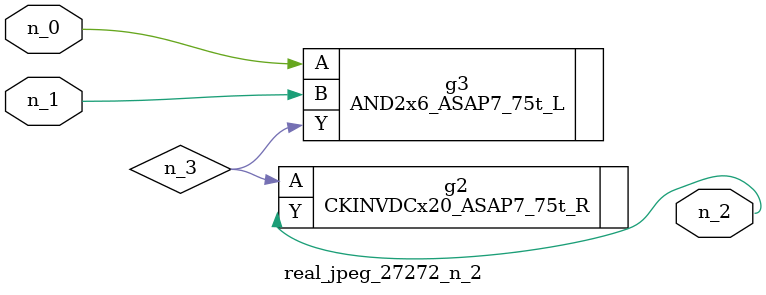
<source format=v>
module real_jpeg_27272_n_2 (n_1, n_0, n_2);

input n_1;
input n_0;

output n_2;

wire n_3;

AND2x6_ASAP7_75t_L g3 ( 
.A(n_0),
.B(n_1),
.Y(n_3)
);

CKINVDCx20_ASAP7_75t_R g2 ( 
.A(n_3),
.Y(n_2)
);


endmodule
</source>
